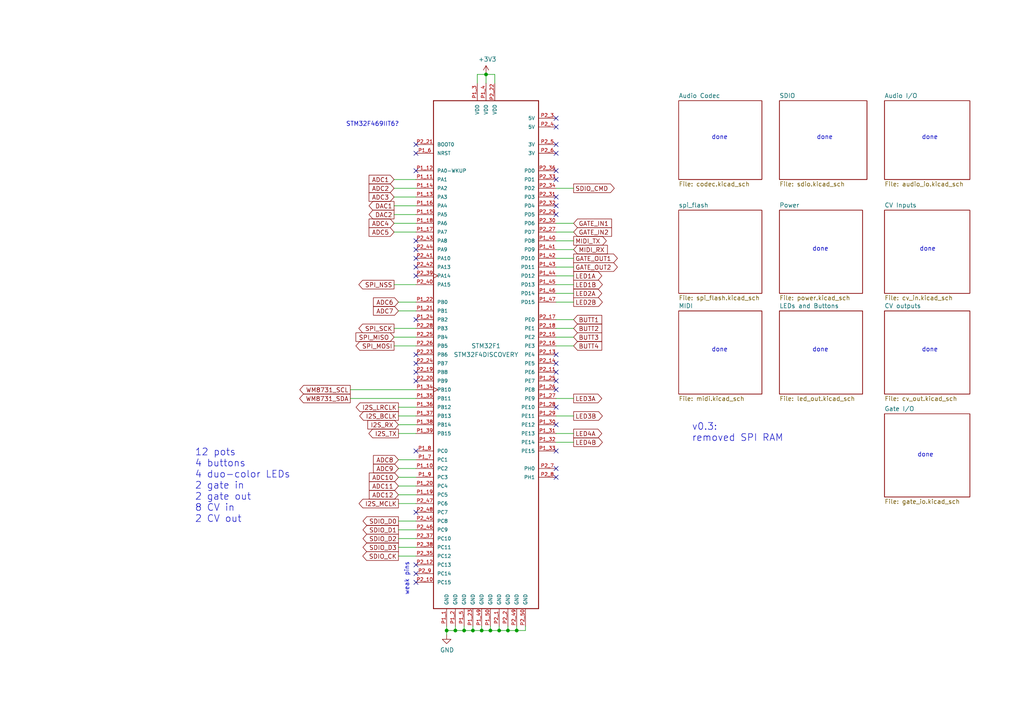
<source format=kicad_sch>
(kicad_sch (version 20211123) (generator eeschema)
  (paper "A4")
  (lib_symbols
    (symbol "STM32F4DISCOVERY:STM32F4DISCOVERY" (pin_names (offset 1.016))
      (property "Reference" "TB" (at -15.24 74.168 0))
      (property "Value" "STM32F4DISCOVERY" (at 0 0 0))
      (symbol "STM32F4DISCOVERY_0_0"
        (polyline (pts (xy -15.24 -73.66) (xy -15.24 73.66)) (stroke (width 0.254)))
        (polyline (pts (xy -15.24 73.66) (xy 15.24 73.66)) (stroke (width 0.254)))
        (polyline (pts (xy 15.24 -73.66) (xy -15.24 -73.66)) (stroke (width 0.254)))
        (polyline (pts (xy 15.24 73.66) (xy 15.24 -73.66)) (stroke (width 0.254)))
        (pin power_in line (at -11.43 -78.74 90) (length 5.08) (name "GND") (number "P1_1"))
        (pin bidirectional line (at -20.32 -33.02 0) (length 5.08) (name "PC2") (number "P1_10"))
        (pin bidirectional line (at -20.32 50.8 0) (length 5.08) (name "PA1") (number "P1_11"))
        (pin bidirectional line (at -20.32 53.34 0) (length 5.08) (name "PA0-WKUP") (number "P1_12"))
        (pin bidirectional line (at -20.32 45.72 0) (length 5.08) (name "PA3") (number "P1_13"))
        (pin bidirectional line (at -20.32 48.26 0) (length 5.08) (name "PA2") (number "P1_14"))
        (pin bidirectional line (at -20.32 40.64 0) (length 5.08) (name "PA5") (number "P1_15"))
        (pin bidirectional line (at -20.32 43.18 0) (length 5.08) (name "PA4") (number "P1_16"))
        (pin bidirectional line (at -20.32 35.56 0) (length 5.08) (name "PA7") (number "P1_17"))
        (pin bidirectional line (at -20.32 38.1 0) (length 5.08) (name "PA6") (number "P1_18"))
        (pin bidirectional line (at -20.32 -40.64 0) (length 5.08) (name "PC5") (number "P1_19"))
        (pin power_in line (at -8.89 -78.74 90) (length 5.08) (name "GND") (number "P1_2"))
        (pin bidirectional line (at -20.32 -38.1 0) (length 5.08) (name "PC4") (number "P1_20"))
        (pin bidirectional line (at -20.32 12.7 0) (length 5.08) (name "PB1") (number "P1_21"))
        (pin bidirectional line (at -20.32 15.24 0) (length 5.08) (name "PB0") (number "P1_22"))
        (pin power_in line (at -3.81 -78.74 90) (length 5.08) (name "GND") (number "P1_23"))
        (pin bidirectional line (at -20.32 10.16 0) (length 5.08) (name "PB2") (number "P1_24"))
        (pin bidirectional line (at 20.32 -7.62 180) (length 5.08) (name "PE7") (number "P1_25"))
        (pin bidirectional line (at 20.32 -10.16 180) (length 5.08) (name "PE8") (number "P1_26"))
        (pin bidirectional line (at 20.32 -12.7 180) (length 5.08) (name "PE9") (number "P1_27"))
        (pin bidirectional line (at 20.32 -15.24 180) (length 5.08) (name "PE10") (number "P1_28"))
        (pin bidirectional line (at 20.32 -17.78 180) (length 5.08) (name "PE11") (number "P1_29"))
        (pin power_in line (at -2.54 78.74 270) (length 5.08) (name "VDD") (number "P1_3"))
        (pin bidirectional line (at 20.32 -20.32 180) (length 5.08) (name "PE12") (number "P1_30"))
        (pin bidirectional line (at 20.32 -22.86 180) (length 5.08) (name "PE13") (number "P1_31"))
        (pin bidirectional line (at 20.32 -25.4 180) (length 5.08) (name "PE14") (number "P1_32"))
        (pin bidirectional line (at 20.32 -27.94 180) (length 5.08) (name "PE15") (number "P1_33"))
        (pin bidirectional clock (at -20.32 -10.16 0) (length 5.08) (name "PB10") (number "P1_34"))
        (pin bidirectional line (at -20.32 -12.7 0) (length 5.08) (name "PB11") (number "P1_35"))
        (pin bidirectional line (at -20.32 -15.24 0) (length 5.08) (name "PB12") (number "P1_36"))
        (pin bidirectional line (at -20.32 -17.78 0) (length 5.08) (name "PB13") (number "P1_37"))
        (pin bidirectional line (at -20.32 -20.32 0) (length 5.08) (name "PB14") (number "P1_38"))
        (pin bidirectional line (at -20.32 -22.86 0) (length 5.08) (name "PB15") (number "P1_39"))
        (pin power_in line (at 0 78.74 270) (length 5.08) (name "VDD") (number "P1_4"))
        (pin bidirectional line (at 20.32 33.02 180) (length 5.08) (name "PD8") (number "P1_40"))
        (pin bidirectional line (at 20.32 30.48 180) (length 5.08) (name "PD9") (number "P1_41"))
        (pin bidirectional line (at 20.32 27.94 180) (length 5.08) (name "PD10") (number "P1_42"))
        (pin bidirectional line (at 20.32 25.4 180) (length 5.08) (name "PD11") (number "P1_43"))
        (pin bidirectional line (at 20.32 22.86 180) (length 5.08) (name "PD12") (number "P1_44"))
        (pin bidirectional line (at 20.32 20.32 180) (length 5.08) (name "PD13") (number "P1_45"))
        (pin bidirectional line (at 20.32 17.78 180) (length 5.08) (name "PD14") (number "P1_46"))
        (pin bidirectional line (at 20.32 15.24 180) (length 5.08) (name "PD15") (number "P1_47"))
        (pin power_in line (at -1.27 -78.74 90) (length 5.08) (name "GND") (number "P1_49"))
        (pin power_in line (at -6.35 -78.74 90) (length 5.08) (name "GND") (number "P1_5"))
        (pin power_in line (at 1.27 -78.74 90) (length 5.08) (name "GND") (number "P1_50"))
        (pin input line (at -20.32 58.42 0) (length 5.08) (name "NRST") (number "P1_6"))
        (pin bidirectional line (at -20.32 -30.48 0) (length 5.08) (name "PC1") (number "P1_7"))
        (pin bidirectional line (at -20.32 -27.94 0) (length 5.08) (name "PC0") (number "P1_8"))
        (pin bidirectional line (at -20.32 -35.56 0) (length 5.08) (name "PC3") (number "P1_9"))
        (pin power_in line (at 3.81 -78.74 90) (length 5.08) (name "GND") (number "P2_1"))
        (pin bidirectional line (at -20.32 -66.04 0) (length 5.08) (name "PC15") (number "P2_10"))
        (pin bidirectional line (at 20.32 -5.08 180) (length 5.08) (name "PE6") (number "P2_11"))
        (pin bidirectional line (at -20.32 -60.96 0) (length 5.08) (name "PC13") (number "P2_12"))
        (pin bidirectional line (at 20.32 0 180) (length 5.08) (name "PE4") (number "P2_13"))
        (pin bidirectional line (at 20.32 -2.54 180) (length 5.08) (name "PE5") (number "P2_14"))
        (pin bidirectional line (at 20.32 5.08 180) (length 5.08) (name "PE2") (number "P2_15"))
        (pin bidirectional line (at 20.32 2.54 180) (length 5.08) (name "PE3") (number "P2_16"))
        (pin bidirectional line (at 20.32 10.16 180) (length 5.08) (name "PE0") (number "P2_17"))
        (pin bidirectional line (at 20.32 7.62 180) (length 5.08) (name "PE1") (number "P2_18"))
        (pin bidirectional line (at -20.32 -5.08 0) (length 5.08) (name "PB8") (number "P2_19"))
        (pin power_in line (at 6.35 -78.74 90) (length 5.08) (name "GND") (number "P2_2"))
        (pin bidirectional line (at -20.32 -7.62 0) (length 5.08) (name "PB9") (number "P2_20"))
        (pin input line (at -20.32 60.96 0) (length 5.08) (name "BOOT0") (number "P2_21"))
        (pin power_in line (at 2.54 78.74 270) (length 5.08) (name "VDD") (number "P2_22"))
        (pin bidirectional line (at -20.32 0 0) (length 5.08) (name "PB6") (number "P2_23"))
        (pin bidirectional line (at -20.32 -2.54 0) (length 5.08) (name "PB7") (number "P2_24"))
        (pin bidirectional line (at -20.32 5.08 0) (length 5.08) (name "PB4") (number "P2_25"))
        (pin bidirectional line (at -20.32 2.54 0) (length 5.08) (name "PB5") (number "P2_26"))
        (pin bidirectional line (at 20.32 35.56 180) (length 5.08) (name "PD7") (number "P2_27"))
        (pin bidirectional line (at -20.32 7.62 0) (length 5.08) (name "PB3") (number "P2_28"))
        (pin bidirectional line (at 20.32 40.64 180) (length 5.08) (name "PD5") (number "P2_29"))
        (pin power_in line (at 20.32 68.58 180) (length 5.08) (name "5V") (number "P2_3"))
        (pin bidirectional line (at 20.32 38.1 180) (length 5.08) (name "PD6") (number "P2_30"))
        (pin bidirectional line (at 20.32 45.72 180) (length 5.08) (name "PD3") (number "P2_31"))
        (pin bidirectional line (at 20.32 43.18 180) (length 5.08) (name "PD4") (number "P2_32"))
        (pin bidirectional line (at 20.32 50.8 180) (length 5.08) (name "PD1") (number "P2_33"))
        (pin bidirectional line (at 20.32 48.26 180) (length 5.08) (name "PD2") (number "P2_34"))
        (pin bidirectional line (at -20.32 -58.42 0) (length 5.08) (name "PC12") (number "P2_35"))
        (pin bidirectional line (at 20.32 53.34 180) (length 5.08) (name "PD0") (number "P2_36"))
        (pin bidirectional line (at -20.32 -53.34 0) (length 5.08) (name "PC10") (number "P2_37"))
        (pin bidirectional line (at -20.32 -55.88 0) (length 5.08) (name "PC11") (number "P2_38"))
        (pin bidirectional clock (at -20.32 22.86 0) (length 5.08) (name "PA14") (number "P2_39"))
        (pin power_in line (at 20.32 66.04 180) (length 5.08) (name "5V") (number "P2_4"))
        (pin bidirectional line (at -20.32 20.32 0) (length 5.08) (name "PA15") (number "P2_40"))
        (pin bidirectional line (at -20.32 27.94 0) (length 5.08) (name "PA10") (number "P2_41"))
        (pin bidirectional line (at -20.32 25.4 0) (length 5.08) (name "PA13") (number "P2_42"))
        (pin bidirectional line (at -20.32 33.02 0) (length 5.08) (name "PA8") (number "P2_43"))
        (pin bidirectional line (at -20.32 30.48 0) (length 5.08) (name "PA9") (number "P2_44"))
        (pin bidirectional line (at -20.32 -48.26 0) (length 5.08) (name "PC8") (number "P2_45"))
        (pin bidirectional line (at -20.32 -50.8 0) (length 5.08) (name "PC9") (number "P2_46"))
        (pin bidirectional line (at -20.32 -43.18 0) (length 5.08) (name "PC6") (number "P2_47"))
        (pin bidirectional line (at -20.32 -45.72 0) (length 5.08) (name "PC7") (number "P2_48"))
        (pin power_in line (at 8.89 -78.74 90) (length 5.08) (name "GND") (number "P2_49"))
        (pin power_in line (at 20.32 60.96 180) (length 5.08) (name "3V") (number "P2_5"))
        (pin power_in line (at 11.43 -78.74 90) (length 5.08) (name "GND") (number "P2_50"))
        (pin power_in line (at 20.32 58.42 180) (length 5.08) (name "3V") (number "P2_6"))
        (pin bidirectional line (at 20.32 -33.02 180) (length 5.08) (name "PH0") (number "P2_7"))
        (pin bidirectional line (at 20.32 -35.56 180) (length 5.08) (name "PH1") (number "P2_8"))
        (pin bidirectional line (at -20.32 -63.5 0) (length 5.08) (name "PC14") (number "P2_9"))
      )
      (symbol "STM32F4DISCOVERY_1_1"
        (pin no_connect line (at 17.78 -40.64 180) (length 2.54) hide (name "NC") (number "P1_48"))
      )
    )
    (symbol "power:+3.3V" (power) (pin_names (offset 0))
      (property "Value" "+3.3V" (at 0 3.556 0))
      (symbol "+3.3V_0_1"
        (polyline (pts (xy -0.762 1.27) (xy 0 2.54)))
        (polyline (pts (xy 0 0) (xy 0 2.54)))
        (polyline (pts (xy 0 2.54) (xy 0.762 1.27)))
      )
      (symbol "+3.3V_1_1"
        (pin power_in line (at 0 0 90) (length 0) hide (name "+3V3") (number "1"))
      )
    )
    (symbol "power:GND" (power) (pin_names (offset 0))
      (property "Value" "GND" (at 0 -3.81 0))
      (symbol "GND_0_1"
        (polyline (pts (xy 0 0) (xy 0 -1.27) (xy 1.27 -1.27) (xy 0 -2.54) (xy -1.27 -1.27) (xy 0 -1.27)))
      )
      (symbol "GND_1_1"
        (pin power_in line (at 0 0 270) (length 0) hide (name "GND") (number "1"))
      )
    )
  )
  (junction (at 144.78 182.88))
  (junction (at 129.54 182.88))
  (junction (at 134.62 182.88))
  (junction (at 149.86 182.88))
  (junction (at 142.24 182.88))
  (junction (at 132.08 182.88))
  (junction (at 140.97 21.59))
  (junction (at 147.32 182.88))
  (junction (at 139.7 182.88))
  (junction (at 137.16 182.88))
  (no_connect (at 120.65 107.95))
  (no_connect (at 120.65 102.87))
  (no_connect (at 161.29 102.87))
  (no_connect (at 161.29 138.43))
  (no_connect (at 161.29 49.53))
  (no_connect (at 161.29 57.15))
  (no_connect (at 161.29 44.45))
  (no_connect (at 161.29 52.07))
  (no_connect (at 120.65 148.59))
  (no_connect (at 120.65 168.91))
  (no_connect (at 161.29 62.23))
  (no_connect (at 161.29 123.19))
  (no_connect (at 161.29 110.49))
  (no_connect (at 161.29 113.03))
  (no_connect (at 120.65 41.91))
  (no_connect (at 120.65 80.01))
  (no_connect (at 161.29 130.81))
  (no_connect (at 161.29 105.41))
  (no_connect (at 120.65 92.71))
  (no_connect (at 161.29 34.29))
  (no_connect (at 120.65 74.93))
  (no_connect (at 120.65 69.85))
  (no_connect (at 120.65 110.49))
  (no_connect (at 120.65 77.47))
  (no_connect (at 161.29 36.83))
  (no_connect (at 161.29 135.89))
  (no_connect (at 120.65 166.37))
  (no_connect (at 120.65 130.81))
  (no_connect (at 120.65 72.39))
  (no_connect (at 161.29 107.95))
  (no_connect (at 120.65 49.53))
  (no_connect (at 161.29 59.69))
  (no_connect (at 161.29 118.11))
  (no_connect (at 120.65 44.45))
  (no_connect (at 120.65 105.41))
  (no_connect (at 161.29 41.91))
  (no_connect (at 120.65 163.83))
  (wire (pts (xy 115.57 156.21) (xy 120.65 156.21)))
  (wire (pts (xy 115.57 125.73) (xy 120.65 125.73)))
  (wire (pts (xy 149.86 182.88) (xy 147.32 182.88)))
  (wire (pts (xy 161.29 77.47) (xy 166.37 77.47)))
  (wire (pts (xy 144.78 182.88) (xy 144.78 181.61)))
  (wire (pts (xy 147.32 181.61) (xy 147.32 182.88)))
  (wire (pts (xy 149.86 182.88) (xy 149.86 181.61)))
  (wire (pts (xy 161.29 128.27) (xy 166.37 128.27)))
  (wire (pts (xy 166.37 100.33) (xy 161.29 100.33)))
  (wire (pts (xy 166.37 97.79) (xy 161.29 97.79)))
  (wire (pts (xy 129.54 184.15) (xy 129.54 182.88)))
  (wire (pts (xy 166.37 115.57) (xy 161.29 115.57)))
  (wire (pts (xy 120.65 135.89) (xy 115.57 135.89)))
  (wire (pts (xy 115.57 87.63) (xy 120.65 87.63)))
  (wire (pts (xy 143.51 24.13) (xy 143.51 21.59)))
  (wire (pts (xy 120.65 67.31) (xy 114.3 67.31)))
  (wire (pts (xy 114.3 95.25) (xy 120.65 95.25)))
  (wire (pts (xy 115.57 138.43) (xy 120.65 138.43)))
  (wire (pts (xy 120.65 90.17) (xy 115.57 90.17)))
  (wire (pts (xy 166.37 74.93) (xy 161.29 74.93)))
  (wire (pts (xy 139.7 182.88) (xy 139.7 181.61)))
  (wire (pts (xy 161.29 92.71) (xy 166.37 92.71)))
  (wire (pts (xy 152.4 182.88) (xy 149.86 182.88)))
  (wire (pts (xy 166.37 67.31) (xy 161.29 67.31)))
  (wire (pts (xy 161.29 64.77) (xy 166.37 64.77)))
  (wire (pts (xy 147.32 182.88) (xy 144.78 182.88)))
  (wire (pts (xy 138.43 24.13) (xy 138.43 21.59)))
  (wire (pts (xy 101.6 115.57) (xy 120.65 115.57)))
  (wire (pts (xy 114.3 52.07) (xy 120.65 52.07)))
  (wire (pts (xy 115.57 146.05) (xy 120.65 146.05)))
  (wire (pts (xy 114.3 57.15) (xy 120.65 57.15)))
  (wire (pts (xy 134.62 182.88) (xy 134.62 181.61)))
  (wire (pts (xy 152.4 181.61) (xy 152.4 182.88)))
  (wire (pts (xy 115.57 140.97) (xy 120.65 140.97)))
  (wire (pts (xy 140.97 21.59) (xy 140.97 24.13)))
  (wire (pts (xy 166.37 85.09) (xy 161.29 85.09)))
  (wire (pts (xy 115.57 153.67) (xy 120.65 153.67)))
  (wire (pts (xy 132.08 182.88) (xy 134.62 182.88)))
  (wire (pts (xy 101.6 113.03) (xy 120.65 113.03)))
  (wire (pts (xy 115.57 143.51) (xy 120.65 143.51)))
  (wire (pts (xy 115.57 133.35) (xy 120.65 133.35)))
  (wire (pts (xy 166.37 54.61) (xy 161.29 54.61)))
  (wire (pts (xy 161.29 120.65) (xy 166.37 120.65)))
  (wire (pts (xy 143.51 21.59) (xy 140.97 21.59)))
  (wire (pts (xy 114.3 82.55) (xy 120.65 82.55)))
  (wire (pts (xy 161.29 87.63) (xy 166.37 87.63)))
  (wire (pts (xy 166.37 80.01) (xy 161.29 80.01)))
  (wire (pts (xy 115.57 151.13) (xy 120.65 151.13)))
  (wire (pts (xy 161.29 95.25) (xy 166.37 95.25)))
  (wire (pts (xy 132.08 181.61) (xy 132.08 182.88)))
  (wire (pts (xy 137.16 181.61) (xy 137.16 182.88)))
  (wire (pts (xy 129.54 181.61) (xy 129.54 182.88)))
  (wire (pts (xy 114.3 100.33) (xy 120.65 100.33)))
  (wire (pts (xy 120.65 97.79) (xy 114.3 97.79)))
  (wire (pts (xy 115.57 161.29) (xy 120.65 161.29)))
  (wire (pts (xy 142.24 181.61) (xy 142.24 182.88)))
  (wire (pts (xy 114.3 64.77) (xy 120.65 64.77)))
  (wire (pts (xy 139.7 182.88) (xy 142.24 182.88)))
  (wire (pts (xy 115.57 118.11) (xy 120.65 118.11)))
  (wire (pts (xy 144.78 182.88) (xy 142.24 182.88)))
  (wire (pts (xy 161.29 82.55) (xy 166.37 82.55)))
  (wire (pts (xy 120.65 54.61) (xy 114.3 54.61)))
  (wire (pts (xy 166.37 125.73) (xy 161.29 125.73)))
  (wire (pts (xy 115.57 158.75) (xy 120.65 158.75)))
  (wire (pts (xy 115.57 120.65) (xy 120.65 120.65)))
  (wire (pts (xy 114.3 59.69) (xy 120.65 59.69)))
  (wire (pts (xy 138.43 21.59) (xy 140.97 21.59)))
  (wire (pts (xy 166.37 69.85) (xy 161.29 69.85)))
  (wire (pts (xy 137.16 182.88) (xy 139.7 182.88)))
  (wire (pts (xy 166.37 72.39) (xy 161.29 72.39)))
  (wire (pts (xy 115.57 123.19) (xy 120.65 123.19)))
  (wire (pts (xy 120.65 62.23) (xy 114.3 62.23)))
  (wire (pts (xy 129.54 182.88) (xy 132.08 182.88)))
  (wire (pts (xy 134.62 182.88) (xy 137.16 182.88)))
  (text "done" (at 267.335 40.64 0) (effects (font (size 1.27 1.27)) (justify left bottom)))
  (text "done" (at 206.375 102.235 0) (effects (font (size 1.27 1.27)) (justify left bottom)))
  (text "done" (at 266.7 73.025 0) (effects (font (size 1.27 1.27)) (justify left bottom)))
  (text "done" (at 206.375 40.64 0) (effects (font (size 1.27 1.27)) (justify left bottom)))
  (text "STM32F469IIT6?" (at 100.33 36.83 0) (effects (font (size 1.27 1.27)) (justify left bottom)))
  (text "done" (at 236.855 40.64 0) (effects (font (size 1.27 1.27)) (justify left bottom)))
  (text "weak pins" (at 118.745 172.72 90) (effects (font (size 1.27 1.27)) (justify left bottom)))
  (text "done" (at 267.335 102.235 0) (effects (font (size 1.27 1.27)) (justify left bottom)))
  (text "v0.3:\nremoved SPI RAM" (at 200.66 128.27 0) (effects (font (size 2 2)) (justify left bottom)))
  (text "done" (at 235.585 102.235 0) (effects (font (size 1.27 1.27)) (justify left bottom)))
  (text "done" (at 235.585 73.025 0) (effects (font (size 1.27 1.27)) (justify left bottom)))
  (text "12 pots\n4 buttons\n4 duo-color LEDs\n2 gate in\n2 gate out\n8 CV in\n2 CV out" (at 56.515 151.765 0) (effects (font (size 2 2)) (justify left bottom)))
  (text "done" (at 266.065 132.715 0) (effects (font (size 1.27 1.27)) (justify left bottom)))
  (global_label "BUTT3" (shape input) (at 166.37 97.79 0) (property "Intersheet References" "${INTERSHEET_REFS}" (effects hide)))
  (global_label "I2S_TX" (shape output) (at 115.57 125.73 180) (property "Intersheet References" "${INTERSHEET_REFS}" (effects hide)))
  (global_label "LED2B" (shape output) (at 166.37 87.63 0) (property "Intersheet References" "${INTERSHEET_REFS}" (effects hide)))
  (global_label "I2S_RX" (shape input) (at 115.57 123.19 180) (property "Intersheet References" "${INTERSHEET_REFS}" (effects hide)))
  (global_label "MIDI_TX" (shape output) (at 166.37 69.85 0) (property "Intersheet References" "${INTERSHEET_REFS}" (effects hide)))
  (global_label "LED3B" (shape output) (at 166.37 120.65 0) (property "Intersheet References" "${INTERSHEET_REFS}" (effects hide)))
  (global_label "SDIO_CMD" (shape output) (at 166.37 54.61 0) (property "Intersheet References" "${INTERSHEET_REFS}" (effects hide)))
  (global_label "LED3A" (shape output) (at 166.37 115.57 0) (property "Intersheet References" "${INTERSHEET_REFS}" (effects hide)))
  (global_label "MIDI_RX" (shape input) (at 166.37 72.39 0) (property "Intersheet References" "${INTERSHEET_REFS}" (effects hide)))
  (global_label "GATE_OUT2" (shape output) (at 166.37 77.47 0) (property "Intersheet References" "${INTERSHEET_REFS}" (effects hide)))
  (global_label "SPI_MOSI" (shape output) (at 114.3 100.33 180) (property "Intersheet References" "${INTERSHEET_REFS}" (effects hide)))
  (global_label "ADC11" (shape input) (at 115.57 140.97 180) (property "Intersheet References" "${INTERSHEET_REFS}" (effects hide)))
  (global_label "DAC1" (shape output) (at 114.3 59.69 180) (property "Intersheet References" "${INTERSHEET_REFS}" (effects hide)))
  (global_label "ADC4" (shape input) (at 114.3 64.77 180) (property "Intersheet References" "${INTERSHEET_REFS}" (effects hide)))
  (global_label "ADC10" (shape input) (at 115.57 138.43 180) (property "Intersheet References" "${INTERSHEET_REFS}" (effects hide)))
  (global_label "ADC9" (shape input) (at 115.57 135.89 180) (property "Intersheet References" "${INTERSHEET_REFS}" (effects hide)))
  (global_label "SPI_SCK" (shape output) (at 114.3 95.25 180) (property "Intersheet References" "${INTERSHEET_REFS}" (effects hide)))
  (global_label "SPI_MISO" (shape input) (at 114.3 97.79 180) (property "Intersheet References" "${INTERSHEET_REFS}" (effects hide)))
  (global_label "LED4B" (shape output) (at 166.37 128.27 0) (property "Intersheet References" "${INTERSHEET_REFS}" (effects hide)))
  (global_label "ADC12" (shape input) (at 115.57 143.51 180) (property "Intersheet References" "${INTERSHEET_REFS}" (effects hide)))
  (global_label "LED1A" (shape output) (at 166.37 80.01 0) (property "Intersheet References" "${INTERSHEET_REFS}" (effects hide)))
  (global_label "SDIO_D3" (shape output) (at 115.57 158.75 180) (property "Intersheet References" "${INTERSHEET_REFS}" (effects hide)))
  (global_label "LED1B" (shape output) (at 166.37 82.55 0) (property "Intersheet References" "${INTERSHEET_REFS}" (effects hide)))
  (global_label "ADC3" (shape input) (at 114.3 57.15 180) (property "Intersheet References" "${INTERSHEET_REFS}" (effects hide)))
  (global_label "SDIO_CK" (shape output) (at 115.57 161.29 180) (property "Intersheet References" "${INTERSHEET_REFS}" (effects hide)))
  (global_label "BUTT1" (shape input) (at 166.37 92.71 0) (property "Intersheet References" "${INTERSHEET_REFS}" (effects hide)))
  (global_label "GATE_IN1" (shape input) (at 166.37 64.77 0) (property "Intersheet References" "${INTERSHEET_REFS}" (effects hide)))
  (global_label "WM8731_SDA" (shape output) (at 101.6 115.57 180) (property "Intersheet References" "${INTERSHEET_REFS}" (effects hide)))
  (global_label "ADC7" (shape input) (at 115.57 90.17 180) (property "Intersheet References" "${INTERSHEET_REFS}" (effects hide)))
  (global_label "ADC1" (shape input) (at 114.3 52.07 180) (property "Intersheet References" "${INTERSHEET_REFS}" (effects hide)))
  (global_label "ADC6" (shape input) (at 115.57 87.63 180) (property "Intersheet References" "${INTERSHEET_REFS}" (effects hide)))
  (global_label "I2S_BCLK" (shape output) (at 115.57 120.65 180) (property "Intersheet References" "${INTERSHEET_REFS}" (effects hide)))
  (global_label "I2S_LRCLK" (shape output) (at 115.57 118.11 180) (property "Intersheet References" "${INTERSHEET_REFS}" (effects hide)))
  (global_label "BUTT4" (shape input) (at 166.37 100.33 0) (property "Intersheet References" "${INTERSHEET_REFS}" (effects hide)))
  (global_label "SDIO_D0" (shape output) (at 115.57 151.13 180) (property "Intersheet References" "${INTERSHEET_REFS}" (effects hide)))
  (global_label "DAC2" (shape output) (at 114.3 62.23 180) (property "Intersheet References" "${INTERSHEET_REFS}" (effects hide)))
  (global_label "WM8731_SCL" (shape output) (at 101.6 113.03 180) (property "Intersheet References" "${INTERSHEET_REFS}" (effects hide)))
  (global_label "GATE_OUT1" (shape output) (at 166.37 74.93 0) (property "Intersheet References" "${INTERSHEET_REFS}" (effects hide)))
  (global_label "ADC8" (shape input) (at 115.57 133.35 180) (property "Intersheet References" "${INTERSHEET_REFS}" (effects hide)))
  (global_label "BUTT2" (shape input) (at 166.37 95.25 0) (property "Intersheet References" "${INTERSHEET_REFS}" (effects hide)))
  (global_label "ADC5" (shape input) (at 114.3 67.31 180) (property "Intersheet References" "${INTERSHEET_REFS}" (effects hide)))
  (global_label "SDIO_D1" (shape output) (at 115.57 153.67 180) (property "Intersheet References" "${INTERSHEET_REFS}" (effects hide)))
  (global_label "GATE_IN2" (shape input) (at 166.37 67.31 0) (property "Intersheet References" "${INTERSHEET_REFS}" (effects hide)))
  (global_label "SDIO_D2" (shape output) (at 115.57 156.21 180) (property "Intersheet References" "${INTERSHEET_REFS}" (effects hide)))
  (global_label "LED4A" (shape output) (at 166.37 125.73 0) (property "Intersheet References" "${INTERSHEET_REFS}" (effects hide)))
  (global_label "I2S_MCLK" (shape output) (at 115.57 146.05 180) (property "Intersheet References" "${INTERSHEET_REFS}" (effects hide)))
  (global_label "ADC2" (shape input) (at 114.3 54.61 180) (property "Intersheet References" "${INTERSHEET_REFS}" (effects hide)))
  (global_label "LED2A" (shape output) (at 166.37 85.09 0) (property "Intersheet References" "${INTERSHEET_REFS}" (effects hide)))
  (global_label "SPI_NSS" (shape output) (at 114.3 82.55 180) (property "Intersheet References" "${INTERSHEET_REFS}" (effects hide)))
  (symbol (lib_id "STM32F4DISCOVERY:STM32F4DISCOVERY") (at 140.97 102.87 0) (unit 1)
    (property "Reference" "STM32F1" (at 140.97 100.33 0))
    (property "Value" "STM32F4DISCOVERY" (at 140.97 102.87 0))
    (property "Footprint" "foots:STM32F4DISCOVERY" (effects hide))
    (property "Datasheet" "6" (effects hide))
    (property "Field4" "STMicroelectronics" (effects hide))
    (property "Field5" "Manufacturer Recommendations" (effects hide))
    (property "LCSC" "-" (effects hide))
  )
  (symbol (lib_id "power:GND") (at 129.54 184.15 0) (unit 1)
    (property "Reference" "#PWR01" (effects hide))
    (property "Value" "GND" (at 129.667 188.5442 0))
  )
  (symbol (lib_id "power:+3.3V") (at 140.97 21.59 0) (unit 1)
    (property "Reference" "#PWR02" (effects hide))
    (property "Value" "+3.3V" (at 141.351 17.1958 0))
  )
  (sheet (at 226.06 29.21) (size 25.4 22.86)
    (property "Sheet name" "SDIO" (at 226.06 28.4984 0) (effects (justify left bottom)))
    (property "Sheet file" "sdio.kicad_sch" (at 226.06 52.6546 0) (effects (justify left top)))
  )
  (sheet (at 226.06 60.96) (size 24.13 24.13)
    (property "Sheet name" "Power" (at 226.06 60.2484 0) (effects (justify left bottom)))
    (property "Sheet file" "power.kicad_sch" (at 226.06 85.6746 0) (effects (justify left top)))
  )
  (sheet (at 196.85 90.17) (size 24.13 24.13)
    (property "Sheet name" "MIDI" (at 196.85 89.4584 0) (effects (justify left bottom)))
    (property "Sheet file" "midi.kicad_sch" (at 196.85 114.8846 0) (effects (justify left top)))
  )
  (sheet (at 196.85 29.21) (size 24.13 22.86)
    (property "Sheet name" "Audio Codec" (at 196.85 28.4984 0) (effects (justify left bottom)))
    (property "Sheet file" "codec.kicad_sch" (at 196.85 52.6546 0) (effects (justify left top)))
  )
  (sheet (at 226.06 90.17) (size 24.13 24.13)
    (property "Sheet name" "LEDs and Buttons" (at 226.06 89.4584 0) (effects (justify left bottom)))
    (property "Sheet file" "led_out.kicad_sch" (at 226.06 114.8846 0) (effects (justify left top)))
  )
  (sheet (at 256.54 120.015) (size 24.765 24.13)
    (property "Sheet name" "Gate I/O" (at 256.54 119.3034 0) (effects (justify left bottom)))
    (property "Sheet file" "gate_io.kicad_sch" (at 256.54 144.7296 0) (effects (justify left top)))
  )
  (sheet (at 256.54 29.21) (size 24.765 22.86)
    (property "Sheet name" "Audio I/O" (at 256.54 28.4984 0) (effects (justify left bottom)))
    (property "Sheet file" "audio_io.kicad_sch" (at 256.54 52.6546 0) (effects (justify left top)))
  )
  (sheet (at 256.54 60.96) (size 24.765 24.13)
    (property "Sheet name" "CV Inputs" (at 256.54 60.2484 0) (effects (justify left bottom)))
    (property "Sheet file" "cv_in.kicad_sch" (at 256.54 85.6746 0) (effects (justify left top)))
  )
  (sheet (at 256.54 90.17) (size 24.765 24.13)
    (property "Sheet name" "CV outputs" (at 256.54 89.4584 0) (effects (justify left bottom)))
    (property "Sheet file" "cv_out.kicad_sch" (at 256.54 114.8846 0) (effects (justify left top)))
  )
  (sheet (at 196.85 60.96) (size 24.13 24.13) (stroke (width 0.1524))
    (property "Sheet name" "spi_flash" (at 196.85 60.2484 0) (effects (justify left bottom)))
    (property "Sheet file" "spi_flash.kicad_sch" (at 196.85 85.6746 0) (effects (justify left top)))
  )
)
</source>
